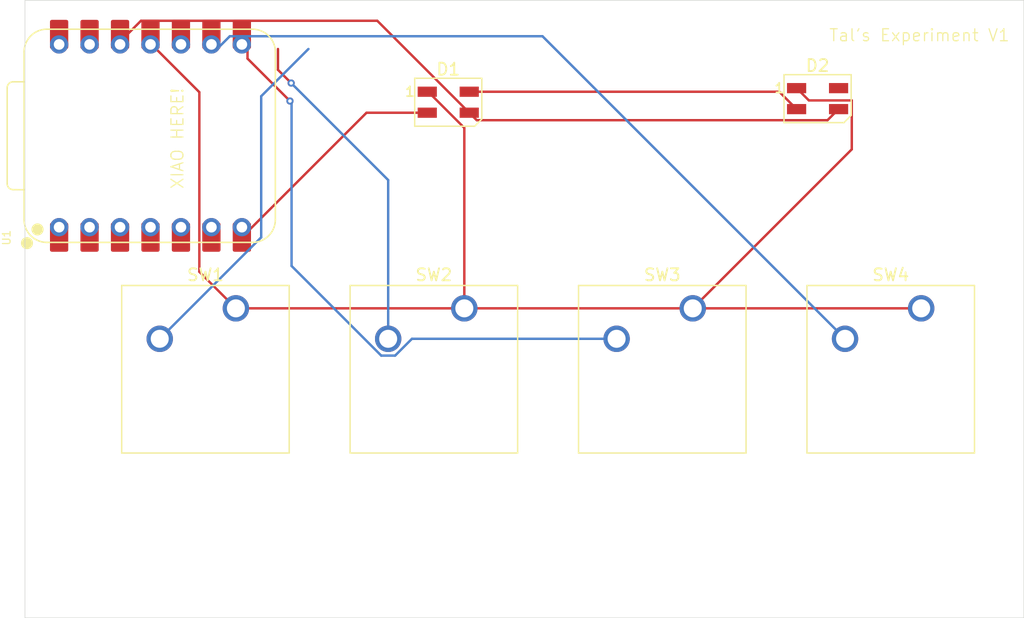
<source format=kicad_pcb>
(kicad_pcb (version 20241229) (generator "pcbnew") (generator_version "9.0")
  (layers (0 "F.Cu" signal) (2 "B.Cu" signal) (13 "F.Paste" user) (15 "B.Paste" user) (5 "F.SilkS" user "F.Silkscreen") (7 "B.SilkS" user "B.Silkscreen") (1 "F.Mask" user) (3 "B.Mask" user) (25 "Edge.Cuts" user))
  (net 0 "")
  (net 1 "+5V")
  (net 2 "GND")
  (net 3 "Net-(D1-VDD)")
  (net 4 "Net-(D1-VSS)")
  (net 6 "Net-(U1-GPIO1{slash}RX)")
  (net 7 "Net-(U1-GPIO2{slash}SCK)")
  (net 8 "Net-(U1-GPIO4{slash}MISO)")
  (net 9 "Net-(U1-GPIO3{slash}MOSI)")
  (footprint "Button_Switch_Keyboard:SW_Cherry_MX_1.00u_PCB" (layer "F.Cu") (at 173.99 87.78875)
    (property "Reference" "SW3" (at -2.54 -2.794 0) (layer "F.SilkS"))
    (property "Value" "SW_Push")
    (fp_line (start -9.525 -1.905) (end 4.445 -1.905) (stroke (width 0.12)) (layer "F.SilkS"))
    (fp_line (start -9.525 12.065) (end -9.525 -1.905) (stroke (width 0.12)) (layer "F.SilkS"))
    (fp_line (start 4.445 -1.905) (end 4.445 12.065) (stroke (width 0.12)) (layer "F.SilkS"))
    (fp_line (start 4.445 12.065) (end -9.525 12.065) (stroke (width 0.12)) (layer "F.SilkS"))
    (pad "" np_thru_hole circle (at -7.62 5.08) (size 1.7 1.7) (drill 1.7) (layers "*.Cu" "*.Mask"))
    (pad "" np_thru_hole circle (at -2.54 5.08) (size 4 4) (drill 4) (layers "*.Cu" "*.Mask"))
    (pad "" np_thru_hole circle (at 2.54 5.08) (size 1.7 1.7) (drill 1.7) (layers "*.Cu" "*.Mask"))
    (pad "1" thru_hole circle (at 0 0) (size 2.2 2.2) (drill 1.5) (layers "*.Cu" "*.Mask") (net 2 "GND"))
    (pad "2" thru_hole circle (at -6.35 2.54) (size 2.2 2.2) (drill 1.5) (layers "*.Cu" "*.Mask") (net 8 "Net-(U1-GPIO4{slash}MISO)"))
  )
  (footprint "Button_Switch_Keyboard:SW_Cherry_MX_1.00u_PCB" (layer "F.Cu") (at 193.04 87.78875)
    (property "Reference" "SW4" (at -2.54 -2.794 0) (layer "F.SilkS"))
    (property "Value" "SW_Push")
    (fp_line (start -9.525 -1.905) (end 4.445 -1.905) (stroke (width 0.12)) (layer "F.SilkS"))
    (fp_line (start -9.525 12.065) (end -9.525 -1.905) (stroke (width 0.12)) (layer "F.SilkS"))
    (fp_line (start 4.445 -1.905) (end 4.445 12.065) (stroke (width 0.12)) (layer "F.SilkS"))
    (fp_line (start 4.445 12.065) (end -9.525 12.065) (stroke (width 0.12)) (layer "F.SilkS"))
    (pad "" np_thru_hole circle (at -7.62 5.08) (size 1.7 1.7) (drill 1.7) (layers "*.Cu" "*.Mask"))
    (pad "" np_thru_hole circle (at -2.54 5.08) (size 4 4) (drill 4) (layers "*.Cu" "*.Mask"))
    (pad "" np_thru_hole circle (at 2.54 5.08) (size 1.7 1.7) (drill 1.7) (layers "*.Cu" "*.Mask"))
    (pad "1" thru_hole circle (at 0 0) (size 2.2 2.2) (drill 1.5) (layers "*.Cu" "*.Mask") (net 2 "GND"))
    (pad "2" thru_hole circle (at -6.35 2.54) (size 2.2 2.2) (drill 1.5) (layers "*.Cu" "*.Mask") (net 9 "Net-(U1-GPIO3{slash}MOSI)"))
  )
  (footprint "LED_SMD:LED_SK6812MINI_PLCC4_3.5x3.5mm_P1.75mm" (layer "F.Cu") (at 153.6 70.6)
    (property "Reference" "D1" (at 0 -2.75 0) (layer "F.SilkS"))
    (property "Value" "SK6812MINI")
    (fp_line (start -2.8 -2) (end -2.8 2) (stroke (width 0.12)) (layer "F.SilkS"))
    (fp_line (start -2.8 -2) (end 2.8 -2) (stroke (width 0.12)) (layer "F.SilkS"))
    (fp_line (start -2.8 2) (end 2.2 2) (stroke (width 0.12)) (layer "F.SilkS"))
    (fp_line (start 2.8 1.4) (end 2.2 2) (stroke (width 0.12)) (layer "F.SilkS"))
    (fp_line (start 2.8 1.4) (end 2.8 -2) (stroke (width 0.12)) (layer "F.SilkS"))
    (fp_text user "1" (at -3.2 -0.875 0) (layer "F.SilkS") (effects (font (size 0.8 0.8))))
    (pad "1" smd rect (at -1.75 -0.875) (size 1.6 0.85) (layers "F.Cu" "F.Mask" "F.Paste") (net 2 "GND"))
    (pad "2" smd rect (at -1.75 0.875) (size 1.6 0.85) (layers "F.Cu" "F.Mask" "F.Paste") (net 4 "Net-(D1-VSS)"))
    (pad "3" smd rect (at 1.75 0.875) (size 1.6 0.85) (layers "F.Cu" "F.Mask" "F.Paste") (net 1 "+5V"))
    (pad "4" smd rect (at 1.75 -0.875) (size 1.6 0.85) (layers "F.Cu" "F.Mask" "F.Paste") (net 3 "Net-(D1-VDD)"))
  )
  (footprint "OPL Lib:XIAO-RP2040-DIP" (layer "F.Cu") (at 128.7685 73.4 90)
    (property "Reference" "U1" (at -8.5 -12 90) (layer "F.SilkS") (effects (font (size 0.635 0.635) (thickness 0.1016))))
    (property "Value" "XIAO-RP2040-DIP")
    (fp_line (start -3.991272 -11.951) (end 4.004 -11.951) (stroke (width 0.127)) (layer "F.SilkS"))
    (fp_line (start 4.504 -11.451) (end 4.504 -10.541) (stroke (width 0.127)) (layer "F.SilkS"))
    (fp_line (start 6.985 -10.541) (end -6.985 -10.541) (stroke (width 0.1)) (layer "F.SilkS"))
    (fp_line (start 6.985 -10.541) (end -6.985 -10.541) (stroke (width 0.127)) (layer "F.SilkS"))
    (fp_line (start -4.495 -10.541) (end -4.491272 -11.451272) (stroke (width 0.127)) (layer "F.SilkS"))
    (fp_line (start 8.89 8.509) (end 8.89 -8.636) (stroke (width 0.127)) (layer "F.SilkS"))
    (fp_line (start -8.89 8.509) (end -8.89 -8.636) (stroke (width 0.127)) (layer "F.SilkS"))
    (fp_line (start -6.985 10.414) (end 6.985 10.414) (stroke (width 0.127)) (layer "F.SilkS"))
    (fp_arc (start 4.004 -11.951) (mid 4.357553 -11.804553) (end 4.504 -11.451) (stroke (width 0.127)) (layer "F.SilkS"))
    (fp_arc (start -4.491272 -11.451272) (mid -4.344728 -11.80464) (end -3.991272 -11.951) (stroke (width 0.127)) (layer "F.SilkS"))
    (fp_arc (start 6.985 -10.541) (mid 8.332038 -9.983038) (end 8.89 -8.636) (stroke (width 0.127)) (layer "F.SilkS"))
    (fp_arc (start -8.89 -8.636) (mid -8.332038 -9.983038) (end -6.985 -10.541) (stroke (width 0.127)) (layer "F.SilkS"))
    (fp_arc (start 8.89 8.509) (mid 8.332038 9.856038) (end 6.985 10.414) (stroke (width 0.127)) (layer "F.SilkS"))
    (fp_arc (start -6.985 10.414) (mid -8.332038 9.856038) (end -8.89 8.509) (stroke (width 0.127)) (layer "F.SilkS"))
    (fp_circle (center -8.95 -10.3) (end -8.95 -10.554) (stroke (width 0.5)) (fill yes) (layer "F.SilkS"))
    (fp_circle (center -7.807 -9.42) (end -7.807 -9.674) (stroke (width 0.5)) (fill yes) (layer "F.SilkS"))
    (pad "1" smd roundrect (at -8.455 -7.62 270) (size 2.432 1.524) (layers "F.Cu" "F.Mask") (roundrect_rratio 0.1))
    (pad "1" thru_hole circle (at -7.62 -7.62 270) (size 1.524 1.524) (drill 0.889) (layers "*.Cu" "*.Mask"))
    (pad "2" smd roundrect (at -8.455 -5.08 270) (size 2.432 1.524) (layers "F.Cu" "F.Mask") (roundrect_rratio 0.1))
    (pad "2" thru_hole circle (at -7.62 -5.08 270) (size 1.524 1.524) (drill 0.889) (layers "*.Cu" "*.Mask"))
    (pad "3" smd roundrect (at -8.455 -2.54 270) (size 2.432 1.524) (layers "F.Cu" "F.Mask") (roundrect_rratio 0.1))
    (pad "3" thru_hole circle (at -7.62 -2.54 270) (size 1.524 1.524) (drill 0.889) (layers "*.Cu" "*.Mask"))
    (pad "4" smd roundrect (at -8.455 0 270) (size 2.432 1.524) (layers "F.Cu" "F.Mask") (roundrect_rratio 0.1))
    (pad "4" thru_hole circle (at -7.62 0 270) (size 1.524 1.524) (drill 0.889) (layers "*.Cu" "*.Mask"))
    (pad "5" smd roundrect (at -8.455 2.54 270) (size 2.432 1.524) (layers "F.Cu" "F.Mask") (roundrect_rratio 0.1) (net 4 "Net-(D1-VSS)"))
    (pad "5" thru_hole circle (at -7.62 2.54 270) (size 1.524 1.524) (drill 0.889) (layers "*.Cu" "*.Mask") (net 4 "Net-(D1-VSS)"))
    (pad "6" smd roundrect (at -8.455 5.08 270) (size 2.432 1.524) (layers "F.Cu" "F.Mask") (roundrect_rratio 0.1))
    (pad "6" thru_hole circle (at -7.62 5.08 270) (size 1.524 1.524) (drill 0.889) (layers "*.Cu" "*.Mask"))
    (pad "7" smd roundrect (at -8.455 7.62 270) (size 2.432 1.524) (layers "F.Cu" "F.Mask") (roundrect_rratio 0.1))
    (pad "7" thru_hole circle (at -7.62 7.62 270) (size 1.524 1.524) (drill 0.889) (layers "*.Cu" "*.Mask"))
    (pad "8" thru_hole circle (at 7.62 7.62 90) (size 1.524 1.524) (drill 0.889) (layers "*.Cu" "*.Mask") (net 6 "Net-(U1-GPIO1{slash}RX)"))
    (pad "8" smd roundrect (at 8.455 7.62 90) (size 2.432 1.524) (layers "F.Cu" "F.Mask") (roundrect_rratio 0.1) (net 6 "Net-(U1-GPIO1{slash}RX)"))
    (pad "9" thru_hole circle (at 7.62 5.08 90) (size 1.524 1.524) (drill 0.889) (layers "*.Cu" "*.Mask") (net 7 "Net-(U1-GPIO2{slash}SCK)"))
    (pad "9" smd roundrect (at 8.455 5.08 90) (size 2.432 1.524) (layers "F.Cu" "F.Mask") (roundrect_rratio 0.1) (net 7 "Net-(U1-GPIO2{slash}SCK)"))
    (pad "10" thru_hole circle (at 7.62 2.54 90) (size 1.524 1.524) (drill 0.889) (layers "*.Cu" "*.Mask") (net 8 "Net-(U1-GPIO4{slash}MISO)"))
    (pad "10" smd roundrect (at 8.455 2.54 90) (size 2.432 1.524) (layers "F.Cu" "F.Mask") (roundrect_rratio 0.1) (net 8 "Net-(U1-GPIO4{slash}MISO)"))
    (pad "11" thru_hole circle (at 7.62 0 90) (size 1.524 1.524) (drill 0.889) (layers "*.Cu" "*.Mask") (net 9 "Net-(U1-GPIO3{slash}MOSI)"))
    (pad "11" smd roundrect (at 8.455 0 90) (size 2.432 1.524) (layers "F.Cu" "F.Mask") (roundrect_rratio 0.1) (net 9 "Net-(U1-GPIO3{slash}MOSI)"))
    (pad "12" thru_hole circle (at 7.62 -2.54 90) (size 1.524 1.524) (drill 0.889) (layers "*.Cu" "*.Mask"))
    (pad "12" smd roundrect (at 8.455 -2.54 90) (size 2.432 1.524) (layers "F.Cu" "F.Mask") (roundrect_rratio 0.1))
    (pad "13" thru_hole circle (at 7.62 -5.08 90) (size 1.524 1.524) (drill 0.889) (layers "*.Cu" "*.Mask") (net 2 "GND"))
    (pad "13" smd roundrect (at 8.455 -5.08 90) (size 2.432 1.524) (layers "F.Cu" "F.Mask") (roundrect_rratio 0.1) (net 2 "GND"))
    (pad "14" thru_hole circle (at 7.62 -7.62 90) (size 1.524 1.524) (drill 0.889) (layers "*.Cu" "*.Mask") (net 1 "+5V"))
    (pad "14" smd roundrect (at 8.455 -7.62 90) (size 2.432 1.524) (layers "F.Cu" "F.Mask") (roundrect_rratio 0.1) (net 1 "+5V"))
  )
  (footprint "Button_Switch_Keyboard:SW_Cherry_MX_1.00u_PCB" (layer "F.Cu") (at 135.89 87.78875)
    (property "Reference" "SW1" (at -2.54 -2.794 0) (layer "F.SilkS"))
    (property "Value" "SW_Push")
    (fp_line (start -9.525 -1.905) (end 4.445 -1.905) (stroke (width 0.12)) (layer "F.SilkS"))
    (fp_line (start -9.525 12.065) (end -9.525 -1.905) (stroke (width 0.12)) (layer "F.SilkS"))
    (fp_line (start 4.445 -1.905) (end 4.445 12.065) (stroke (width 0.12)) (layer "F.SilkS"))
    (fp_line (start 4.445 12.065) (end -9.525 12.065) (stroke (width 0.12)) (layer "F.SilkS"))
    (pad "" np_thru_hole circle (at -7.62 5.08) (size 1.7 1.7) (drill 1.7) (layers "*.Cu" "*.Mask"))
    (pad "" np_thru_hole circle (at -2.54 5.08) (size 4 4) (drill 4) (layers "*.Cu" "*.Mask"))
    (pad "" np_thru_hole circle (at 2.54 5.08) (size 1.7 1.7) (drill 1.7) (layers "*.Cu" "*.Mask"))
    (pad "1" thru_hole circle (at 0 0) (size 2.2 2.2) (drill 1.5) (layers "*.Cu" "*.Mask") (net 2 "GND"))
    (pad "2" thru_hole circle (at -6.35 2.54) (size 2.2 2.2) (drill 1.5) (layers "*.Cu" "*.Mask") (net 6 "Net-(U1-GPIO1{slash}RX)"))
  )
  (footprint "LED_SMD:LED_SK6812MINI_PLCC4_3.5x3.5mm_P1.75mm" (layer "F.Cu") (at 184.4 70.3)
    (property "Reference" "D2" (at 0 -2.75 0) (layer "F.SilkS"))
    (property "Value" "SK6812MINI")
    (fp_line (start -2.8 -2) (end -2.8 2) (stroke (width 0.12)) (layer "F.SilkS"))
    (fp_line (start -2.8 -2) (end 2.8 -2) (stroke (width 0.12)) (layer "F.SilkS"))
    (fp_line (start -2.8 2) (end 2.2 2) (stroke (width 0.12)) (layer "F.SilkS"))
    (fp_line (start 2.8 1.4) (end 2.2 2) (stroke (width 0.12)) (layer "F.SilkS"))
    (fp_line (start 2.8 1.4) (end 2.8 -2) (stroke (width 0.12)) (layer "F.SilkS"))
    (fp_text user "1" (at -3.2 -0.875 0) (layer "F.SilkS") (effects (font (size 0.8 0.8))))
    (pad "1" smd rect (at -1.75 -0.875) (size 1.6 0.85) (layers "F.Cu" "F.Mask" "F.Paste") (net 2 "GND"))
    (pad "2" smd rect (at -1.75 0.875) (size 1.6 0.85) (layers "F.Cu" "F.Mask" "F.Paste") (net 3 "Net-(D1-VDD)"))
    (pad "3" smd rect (at 1.75 0.875) (size 1.6 0.85) (layers "F.Cu" "F.Mask" "F.Paste") (net 1 "+5V"))
    (pad "4" smd rect (at 1.75 -0.875) (size 1.6 0.85) (layers "F.Cu" "F.Mask" "F.Paste"))
  )
  (footprint "Button_Switch_Keyboard:SW_Cherry_MX_1.00u_PCB" (layer "F.Cu") (at 154.94 87.78875)
    (property "Reference" "SW2" (at -2.54 -2.794 0) (layer "F.SilkS"))
    (property "Value" "SW_Push")
    (fp_line (start -9.525 -1.905) (end 4.445 -1.905) (stroke (width 0.12)) (layer "F.SilkS"))
    (fp_line (start -9.525 12.065) (end -9.525 -1.905) (stroke (width 0.12)) (layer "F.SilkS"))
    (fp_line (start 4.445 -1.905) (end 4.445 12.065) (stroke (width 0.12)) (layer "F.SilkS"))
    (fp_line (start 4.445 12.065) (end -9.525 12.065) (stroke (width 0.12)) (layer "F.SilkS"))
    (pad "" np_thru_hole circle (at -7.62 5.08) (size 1.7 1.7) (drill 1.7) (layers "*.Cu" "*.Mask"))
    (pad "" np_thru_hole circle (at -2.54 5.08) (size 4 4) (drill 4) (layers "*.Cu" "*.Mask"))
    (pad "" np_thru_hole circle (at 2.54 5.08) (size 1.7 1.7) (drill 1.7) (layers "*.Cu" "*.Mask"))
    (pad "1" thru_hole circle (at 0 0) (size 2.2 2.2) (drill 1.5) (layers "*.Cu" "*.Mask") (net 2 "GND"))
    (pad "2" thru_hole circle (at -6.35 2.54) (size 2.2 2.2) (drill 1.5) (layers "*.Cu" "*.Mask") (net 7 "Net-(U1-GPIO2{slash}SCK)"))
  )
  (gr_rect (start 118.3 62.1) (end 201.6 113.6) (stroke (width 0.05)) (fill no) (layer "Edge.Cuts"))
  (gr_text "Tal's Experiment V1" (at 185.3 65.6 0) (layer "F.SilkS") (effects (font (size 1 1) (thickness 0.1)) (justify left bottom)))
  (gr_text "XIAO HERE!" (at 131.6 77.9 90) (layer "F.SilkS") (effects (font (size 1 1) (thickness 0.1)) (justify left bottom)))
  (segment (start 155.35 71.475) (end 155.975 72.1) (width 0.2) (layer "F.Cu") (net 1))
  (segment (start 155.975 72.1) (end 185.225 72.1) (width 0.2) (layer "F.Cu") (net 1))
  (segment (start 185.225 72.1) (end 186.15 71.175) (width 0.2) (layer "F.Cu") (net 1))
  (segment (start 147.683 63.808) (end 127.97437 63.808) (width 0.2) (layer "F.Cu") (net 1))
  (segment (start 126.7 65.08237) (end 126.7 66.16) (width 0.2) (layer "F.Cu") (net 1))
  (segment (start 127.97437 63.808) (end 126.7 65.08237) (width 0.2) (layer "F.Cu") (net 1))
  (segment (start 155.35 71.475) (end 147.683 63.808) (width 0.2) (layer "F.Cu") (net 1))
  (segment (start 132.843 84.74175) (end 132.843 69.763) (width 0.2) (layer "F.Cu") (net 2))
  (segment (start 173.99 87.78875) (end 193.04 87.78875) (width 0.2) (layer "F.Cu") (net 2))
  (segment (start 187.251 70.449) (end 187.251 74.52775) (width 0.2) (layer "F.Cu") (net 2))
  (segment (start 154.94 87.78875) (end 154.94 72.74) (width 0.2) (layer "F.Cu") (net 2))
  (segment (start 132.843 69.763) (end 129.24 66.16) (width 0.2) (layer "F.Cu") (net 2))
  (segment (start 154.94 87.78875) (end 135.89 87.78875) (width 0.2) (layer "F.Cu") (net 2))
  (segment (start 182.65 69.425) (end 183.674 70.449) (width 0.2) (layer "F.Cu") (net 2))
  (segment (start 173.99 87.78875) (end 154.94 87.78875) (width 0.2) (layer "F.Cu") (net 2))
  (segment (start 183.674 70.449) (end 187.251 70.449) (width 0.2) (layer "F.Cu") (net 2))
  (segment (start 154.94 72.74) (end 151.925 69.725) (width 0.2) (layer "F.Cu") (net 2))
  (segment (start 151.925 69.725) (end 151.85 69.725) (width 0.2) (layer "F.Cu") (net 2))
  (segment (start 135.89 87.78875) (end 132.843 84.74175) (width 0.2) (layer "F.Cu") (net 2))
  (segment (start 187.251 74.52775) (end 173.99 87.78875) (width 0.2) (layer "F.Cu") (net 2))
  (segment (start 155.35 69.725) (end 181.2 69.725) (width 0.2) (layer "F.Cu") (net 3))
  (segment (start 181.2 69.725) (end 182.65 71.175) (width 0.2) (layer "F.Cu") (net 3))
  (segment (start 151.85 71.475) (end 146.785 71.475) (width 0.2) (layer "F.Cu") (net 4))
  (segment (start 146.785 71.475) (end 136.86 81.4) (width 0.2) (layer "F.Cu") (net 4))
  (segment (start 138 81.86875) (end 138 70.1) (width 0.2) (layer "B.Cu") (net 6))
  (segment (start 138 70.1) (end 141.94 66.16) (width 0.2) (layer "B.Cu") (net 6))
  (segment (start 129.54 90.32875) (end 138 81.86875) (width 0.2) (layer "B.Cu") (net 6))
  (segment (start 140.5 69) (end 139.4 67.9) (width 0.2) (layer "F.Cu") (net 7))
  (segment (start 139.4 67.9) (end 139.4 66.16) (width 0.2) (layer "F.Cu") (net 7))
  (via (at 140.5 69) (size 0.6) (drill 0.3) (layers "F.Cu" "B.Cu") (net 7))
  (segment (start 148.59 90.32875) (end 148.59 77.09) (width 0.2) (layer "B.Cu") (net 7))
  (segment (start 148.59 77.09) (end 140.5 69) (width 0.2) (layer "B.Cu") (net 7))
  (segment (start 140.4 70.5) (end 136.86 66.96) (width 0.2) (layer "F.Cu") (net 8))
  (segment (start 136.86 66.96) (end 136.86 66.16) (width 0.2) (layer "F.Cu") (net 8))
  (via (at 140.4 70.5) (size 0.6) (drill 0.3) (layers "F.Cu" "B.Cu") (net 8))
  (segment (start 148.009686 91.72975) (end 140.5339 84.253964) (width 0.2) (layer "B.Cu") (net 8))
  (segment (start 140.5339 70.6339) (end 140.4 70.5) (width 0.2) (layer "B.Cu") (net 8))
  (segment (start 150.571314 90.32875) (end 149.170314 91.72975) (width 0.2) (layer "B.Cu") (net 8))
  (segment (start 167.64 90.32875) (end 150.571314 90.32875) (width 0.2) (layer "B.Cu") (net 8))
  (segment (start 140.5339 84.253964) (end 140.5339 70.6339) (width 0.2) (layer "B.Cu") (net 8))
  (segment (start 149.170314 91.72975) (end 148.009686 91.72975) (width 0.2) (layer "B.Cu") (net 8))
  (segment (start 135.383 65.097) (end 134.32 66.16) (width 0.2) (layer "B.Cu") (net 9))
  (segment (start 186.69 90.32875) (end 161.45825 65.097) (width 0.2) (layer "B.Cu") (net 9))
  (segment (start 161.45825 65.097) (end 135.383 65.097) (width 0.2) (layer "B.Cu") (net 9))
)
</source>
